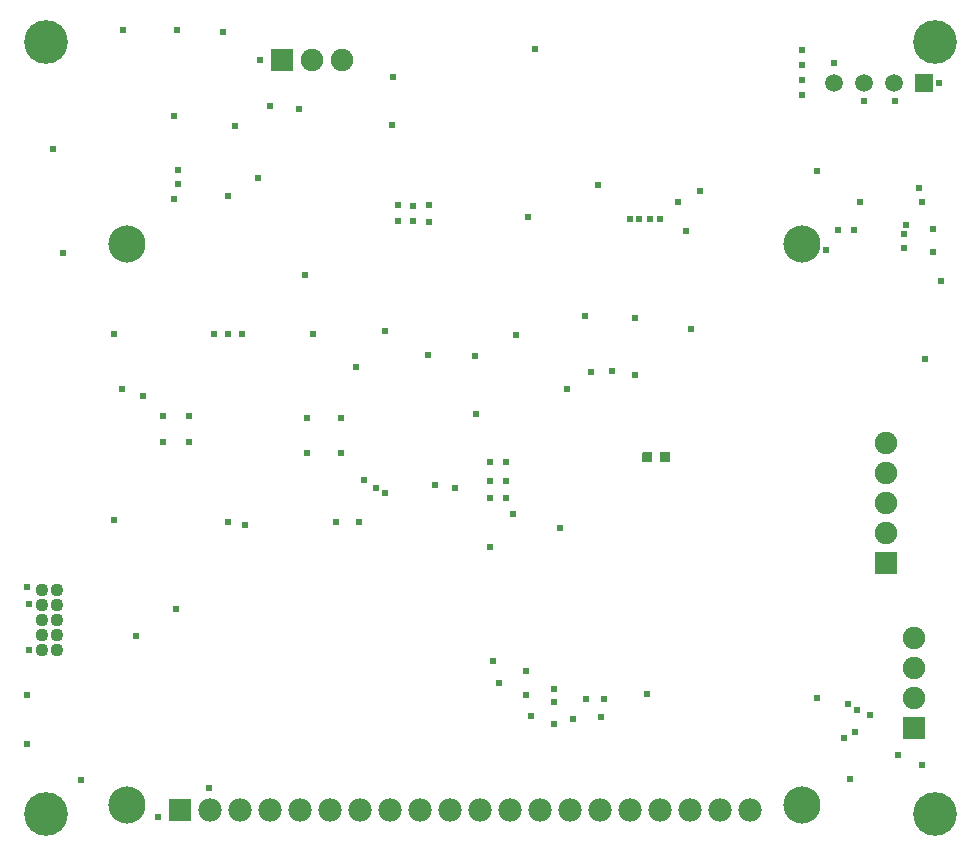
<source format=gbs>
G04*
G04 #@! TF.GenerationSoftware,Altium Limited,Altium Designer,21.6.1 (37)*
G04*
G04 Layer_Color=16711935*
%FSLAX25Y25*%
%MOIN*%
G70*
G04*
G04 #@! TF.SameCoordinates,18CB3FBA-EE43-4B35-A7A6-DE1691C197D8*
G04*
G04*
G04 #@! TF.FilePolarity,Negative*
G04*
G01*
G75*
%ADD160C,0.07487*%
%ADD161R,0.07487X0.07487*%
%ADD162R,0.07487X0.07487*%
%ADD163C,0.05943*%
%ADD164R,0.05943X0.05943*%
%ADD165R,0.07782X0.07782*%
%ADD166C,0.07782*%
%ADD167C,0.04360*%
%ADD168C,0.12400*%
%ADD169C,0.14573*%
%ADD170C,0.02400*%
G36*
X211061Y129712D02*
X211099Y129701D01*
X211134Y129682D01*
X211164Y129657D01*
X211189Y129627D01*
X211208Y129592D01*
X211219Y129554D01*
X211223Y129515D01*
Y128026D01*
Y127933D01*
Y126722D01*
X211219Y126683D01*
X211208Y126645D01*
X211189Y126611D01*
X211164Y126580D01*
X211134Y126555D01*
X211099Y126537D01*
X211061Y126525D01*
X211022Y126521D01*
X208229D01*
X208190Y126525D01*
X208152Y126537D01*
X208118Y126555D01*
X208087Y126580D01*
X208062Y126611D01*
X208044Y126645D01*
X208032Y126683D01*
X208028Y126722D01*
Y129515D01*
X208032Y129554D01*
X208044Y129592D01*
X208062Y129627D01*
X208087Y129657D01*
X208118Y129682D01*
X208152Y129701D01*
X208190Y129712D01*
X208229Y129716D01*
X211022D01*
X211061Y129712D01*
D02*
G37*
G36*
X217020D02*
X217057Y129701D01*
X217092Y129682D01*
X217123Y129657D01*
X217148Y129627D01*
X217166Y129592D01*
X217178Y129554D01*
X217181Y129515D01*
Y126722D01*
X217178Y126683D01*
X217166Y126645D01*
X217148Y126611D01*
X217123Y126580D01*
X217092Y126555D01*
X217057Y126537D01*
X217020Y126525D01*
X216981Y126521D01*
X214188D01*
X214148Y126525D01*
X214111Y126537D01*
X214076Y126555D01*
X214045Y126580D01*
X214020Y126611D01*
X214002Y126645D01*
X213990Y126683D01*
X213987Y126722D01*
Y129515D01*
X213990Y129554D01*
X214002Y129592D01*
X214020Y129627D01*
X214045Y129657D01*
X214076Y129682D01*
X214111Y129701D01*
X214148Y129712D01*
X214188Y129716D01*
X216981D01*
X217020Y129712D01*
D02*
G37*
D160*
X289300Y123000D02*
D03*
Y113000D02*
D03*
Y103000D02*
D03*
Y133000D02*
D03*
X298500Y67800D02*
D03*
Y57800D02*
D03*
Y47800D02*
D03*
X98000Y260370D02*
D03*
X108000D02*
D03*
D161*
X289300Y93000D02*
D03*
X298500Y37800D02*
D03*
D162*
X88000Y260370D02*
D03*
D163*
X271856Y252782D02*
D03*
X281856D02*
D03*
X291856D02*
D03*
D164*
X301856D02*
D03*
D165*
X53800Y10500D02*
D03*
D166*
X63800D02*
D03*
X83800D02*
D03*
X93800D02*
D03*
X103800D02*
D03*
X113800D02*
D03*
X123800D02*
D03*
X133800D02*
D03*
X143800D02*
D03*
X153800D02*
D03*
X163800D02*
D03*
X173800D02*
D03*
X183800D02*
D03*
X193800D02*
D03*
X203800D02*
D03*
X213800D02*
D03*
X223800D02*
D03*
X233800D02*
D03*
X243800D02*
D03*
X73800D02*
D03*
D167*
X8000Y83900D02*
D03*
Y78900D02*
D03*
X13000Y83900D02*
D03*
Y78900D02*
D03*
Y68900D02*
D03*
Y73900D02*
D03*
X8000Y68900D02*
D03*
Y73900D02*
D03*
Y63900D02*
D03*
X13000D02*
D03*
D168*
X261300Y199160D02*
D03*
X36300Y12160D02*
D03*
Y199160D02*
D03*
X261300Y12160D02*
D03*
D169*
X305709Y9252D02*
D03*
Y266339D02*
D03*
X9252Y9252D02*
D03*
Y266339D02*
D03*
D170*
X113642Y106342D02*
D03*
X295335Y197990D02*
D03*
X275368Y34413D02*
D03*
X295800Y205400D02*
D03*
X160220Y52906D02*
D03*
X178738Y46391D02*
D03*
X185021Y40982D02*
D03*
X158128Y60319D02*
D03*
X193150Y218766D02*
D03*
X222694Y203500D02*
D03*
X227272Y216866D02*
D03*
X307472Y186954D02*
D03*
X305044Y196545D02*
D03*
Y204201D02*
D03*
X300278Y217801D02*
D03*
X302249Y160994D02*
D03*
X269135Y197212D02*
D03*
X295335Y202449D02*
D03*
X278706Y203714D02*
D03*
X273376Y203675D02*
D03*
X266220Y223380D02*
D03*
X280551Y213109D02*
D03*
X301375Y213137D02*
D03*
X178629Y39093D02*
D03*
X63700Y17700D02*
D03*
X46500Y8200D02*
D03*
X266400Y47918D02*
D03*
X278894Y36376D02*
D03*
X277282Y20900D02*
D03*
X283987Y42116D02*
D03*
X276570Y45906D02*
D03*
X279700Y43800D02*
D03*
X301100Y25600D02*
D03*
X292193Y246837D02*
D03*
X281856D02*
D03*
X306856Y252782D02*
D03*
X271854Y259618D02*
D03*
X261200Y263870D02*
D03*
Y253700D02*
D03*
Y258700D02*
D03*
Y248700D02*
D03*
X11500Y231000D02*
D03*
X293300Y28716D02*
D03*
X207020Y207344D02*
D03*
X203820D02*
D03*
X122400Y116135D02*
D03*
X119200Y117700D02*
D03*
X98207Y169136D02*
D03*
X115200Y120500D02*
D03*
X125077Y254846D02*
D03*
X157153Y114535D02*
D03*
Y120076D02*
D03*
Y126353D02*
D03*
X162524D02*
D03*
Y120076D02*
D03*
Y114535D02*
D03*
X165830Y168750D02*
D03*
X136778Y206632D02*
D03*
X131520Y206999D02*
D03*
X126424D02*
D03*
X136778Y212223D02*
D03*
X131520Y212000D02*
D03*
X126580Y212223D02*
D03*
X224088Y170785D02*
D03*
X169897Y208079D02*
D03*
X210591Y207509D02*
D03*
X172361Y264234D02*
D03*
X213898Y207380D02*
D03*
X188931Y175051D02*
D03*
X190942Y156545D02*
D03*
X182980Y150821D02*
D03*
X205420Y174592D02*
D03*
X197796Y156692D02*
D03*
X205643Y155440D02*
D03*
X219956Y213200D02*
D03*
X122400Y170100D02*
D03*
X136687Y162253D02*
D03*
X152087Y161859D02*
D03*
X51830Y214126D02*
D03*
X72103Y238592D02*
D03*
X39182Y68400D02*
D03*
X2944Y84975D02*
D03*
X79851Y221333D02*
D03*
X52065Y241753D02*
D03*
X83859Y245213D02*
D03*
X124634Y238936D02*
D03*
X14993Y196100D02*
D03*
X3500Y63900D02*
D03*
Y79110D02*
D03*
X80650Y260370D02*
D03*
X139000Y119000D02*
D03*
X169250Y56907D02*
D03*
X194280Y41514D02*
D03*
X170951Y41856D02*
D03*
X169250Y48728D02*
D03*
X178449Y50952D02*
D03*
X107600Y141097D02*
D03*
X96360D02*
D03*
Y129585D02*
D03*
X48108Y133317D02*
D03*
Y141908D02*
D03*
X56840D02*
D03*
Y133317D02*
D03*
X107600Y129585D02*
D03*
X157200Y98241D02*
D03*
X34902Y270500D02*
D03*
X52858D02*
D03*
X68300Y269700D02*
D03*
X20800Y20600D02*
D03*
X209492Y49166D02*
D03*
X75700Y105600D02*
D03*
X74585Y169136D02*
D03*
X32065D02*
D03*
X164994Y109142D02*
D03*
X195300Y47544D02*
D03*
X189238Y47600D02*
D03*
X53166Y224000D02*
D03*
X112500Y158100D02*
D03*
X152453Y142582D02*
D03*
X52450Y77372D02*
D03*
X69860Y106529D02*
D03*
Y215075D02*
D03*
X34500Y150800D02*
D03*
X41514Y148600D02*
D03*
X3031Y32531D02*
D03*
X2900Y49000D02*
D03*
X145700Y117700D02*
D03*
X95507Y188800D02*
D03*
X105800Y106400D02*
D03*
X32065Y107097D02*
D03*
X53187Y219269D02*
D03*
X69860Y169136D02*
D03*
X65200Y169200D02*
D03*
X180511Y104543D02*
D03*
X93482Y244096D02*
D03*
M02*

</source>
